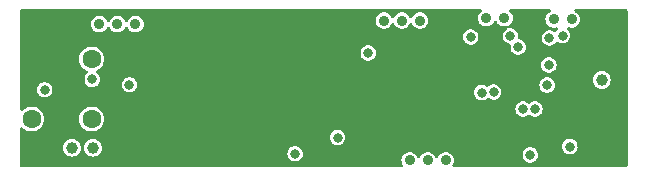
<source format=gbr>
%TF.GenerationSoftware,KiCad,Pcbnew,7.0.7*%
%TF.CreationDate,2024-08-01T01:42:33+03:00*%
%TF.ProjectId,_autosave-Main_PCB_002,5f617574-6f73-4617-9665-2d4d61696e5f,rev?*%
%TF.SameCoordinates,Original*%
%TF.FileFunction,Copper,L4,Bot*%
%TF.FilePolarity,Positive*%
%FSLAX46Y46*%
G04 Gerber Fmt 4.6, Leading zero omitted, Abs format (unit mm)*
G04 Created by KiCad (PCBNEW 7.0.7) date 2024-08-01 01:42:33*
%MOMM*%
%LPD*%
G01*
G04 APERTURE LIST*
%TA.AperFunction,ComponentPad*%
%ADD10C,0.900000*%
%TD*%
%TA.AperFunction,ComponentPad*%
%ADD11C,1.600000*%
%TD*%
%TA.AperFunction,ComponentPad*%
%ADD12C,2.200000*%
%TD*%
%TA.AperFunction,ComponentPad*%
%ADD13C,1.000000*%
%TD*%
%TA.AperFunction,ComponentPad*%
%ADD14C,0.499999*%
%TD*%
%TA.AperFunction,ViaPad*%
%ADD15C,0.800000*%
%TD*%
G04 APERTURE END LIST*
D10*
%TO.P,D27,1,Conn*%
%TO.N,Net-(D11-Conn)*%
X87325200Y-63855600D03*
%TD*%
D11*
%TO.P,D3,1,Conn*%
%TO.N,Net-(D3-Conn)*%
X60401200Y-60350400D03*
%TD*%
%TO.P,D19,1,Conn*%
%TO.N,GND2*%
X55321200Y-55270400D03*
%TD*%
D12*
%TO.P,D29,1,Conn*%
%TO.N,GND2*%
X55626000Y-63246000D03*
%TD*%
D10*
%TO.P,D12,1,Conn*%
%TO.N,Net-(D12-Conn)*%
X62585600Y-52324000D03*
%TD*%
D11*
%TO.P,D2,1,Conn*%
%TO.N,Net-(D2-Conn)*%
X60401200Y-55270400D03*
%TD*%
D12*
%TO.P,D30,1,Conn*%
%TO.N,GND2*%
X104394000Y-52578000D03*
%TD*%
D10*
%TO.P,D20,1,Conn*%
%TO.N,GND2*%
X89712800Y-52019200D03*
%TD*%
D13*
%TO.P,D18,1,Conn*%
%TO.N,GND2*%
X103581200Y-58674000D03*
%TD*%
D10*
%TO.P,D22,1,Conn*%
%TO.N,Net-(D13-Conn)*%
X88188800Y-52019200D03*
%TD*%
D11*
%TO.P,D1,1,Conn*%
%TO.N,Net-(D1-Conn)*%
X55321200Y-60350400D03*
%TD*%
D10*
%TO.P,D25,1,Conn*%
%TO.N,Net-(D12-Conn)*%
X88849200Y-63855600D03*
%TD*%
%TO.P,D21,1,Conn*%
%TO.N,GND2*%
X91897200Y-63855600D03*
%TD*%
%TO.P,D10,1,Conn*%
%TO.N,GND2*%
X97993200Y-51917600D03*
%TD*%
%TO.P,D7,1,Conn*%
%TO.N,Net-(D7-Conn)*%
X95351600Y-51816000D03*
%TD*%
%TO.P,D24,1,Conn*%
%TO.N,Net-(D12-Conn)*%
X86664800Y-52019200D03*
%TD*%
D13*
%TO.P,D17,1,Conn*%
%TO.N,Net-(D16-Conn)*%
X103581200Y-57048400D03*
%TD*%
D14*
%TO.P,U4,V*%
%TO.N,GND2*%
X81012599Y-57067600D03*
X82012600Y-55867600D03*
X82012600Y-57067600D03*
X82012600Y-58267600D03*
X83012601Y-57067600D03*
%TD*%
D10*
%TO.P,D23,1,Conn*%
%TO.N,Net-(D13-Conn)*%
X90373200Y-63855600D03*
%TD*%
%TO.P,D13,1,Conn*%
%TO.N,Net-(D13-Conn)*%
X61061600Y-52324000D03*
%TD*%
D13*
%TO.P,D16,1,Conn*%
%TO.N,Net-(D16-Conn)*%
X58724800Y-62788800D03*
%TD*%
D10*
%TO.P,D11,1,Conn*%
%TO.N,Net-(D11-Conn)*%
X64109600Y-52324000D03*
%TD*%
%TO.P,D8,1,Conn*%
%TO.N,Net-(D8-Conn)*%
X101041200Y-51917600D03*
%TD*%
D12*
%TO.P,D28,1,Conn*%
%TO.N,GND2*%
X55626000Y-52324000D03*
%TD*%
D14*
%TO.P,U3,V*%
%TO.N,GND2*%
X83539899Y-61385600D03*
X84539900Y-60185600D03*
X84539900Y-61385600D03*
X84539900Y-62585600D03*
X85539901Y-61385600D03*
%TD*%
D10*
%TO.P,D9,1,Conn*%
%TO.N,Net-(D9-Conn)*%
X99517200Y-51917600D03*
%TD*%
%TO.P,D14,1,Conn*%
%TO.N,GND2*%
X59563000Y-52349400D03*
%TD*%
%TO.P,D6,1,Conn*%
%TO.N,Net-(D6-Conn)*%
X93827600Y-51816000D03*
%TD*%
D12*
%TO.P,D31,1,Conn*%
%TO.N,GND2*%
X104394000Y-63246000D03*
%TD*%
D13*
%TO.P,D15,1,Conn*%
%TO.N,Net-(D15-Conn)*%
X60502800Y-62788800D03*
%TD*%
D10*
%TO.P,D26,1,Conn*%
%TO.N,Net-(D11-Conn)*%
X85140800Y-52019200D03*
%TD*%
D15*
%TO.N,Net-(U2-PA5)*%
X98971353Y-57486101D03*
X56426100Y-57873900D03*
%TO.N,GND2*%
X99629577Y-61401247D03*
X94192352Y-56031975D03*
X99656259Y-56637226D03*
X73609200Y-55930800D03*
X94661803Y-59513546D03*
X73609200Y-59080400D03*
X95910400Y-63385100D03*
X102362000Y-54203600D03*
X73609200Y-60096400D03*
X79095600Y-55626000D03*
X73660000Y-54762400D03*
X86614000Y-57150000D03*
X77384701Y-53457901D03*
X73609200Y-58013600D03*
X67056000Y-59436000D03*
X104241600Y-55422800D03*
X73609200Y-61163200D03*
X65278000Y-55118000D03*
X88290400Y-57759600D03*
X75666600Y-52247800D03*
%TO.N,Net-(D7-Conn)*%
X97924745Y-59514700D03*
%TO.N,Net-(D11-Conn)*%
X77622400Y-63296800D03*
%TO.N,Net-(D13-Conn)*%
X100888800Y-62687200D03*
%TO.N,Net-(D15-Conn)*%
X97536000Y-63385100D03*
%TO.N,Net-(D6-Conn)*%
X96925243Y-59514700D03*
%TO.N,Net-(U2-PB5)*%
X60452000Y-56997600D03*
X95855301Y-53315500D03*
%TO.N,Net-(U2-PB4)*%
X96520000Y-54254400D03*
X63601600Y-57454343D03*
X99110800Y-55778400D03*
%TO.N,Net-(U2-PA1)*%
X92494408Y-53397971D03*
X93421200Y-58115200D03*
%TO.N,Net-(U2-PA0)*%
X94437200Y-58064400D03*
X83820000Y-54762400D03*
%TO.N,Net-(D12-Conn)*%
X100279200Y-53289200D03*
%TO.N,Net-(U2-PB3)*%
X99161600Y-53492400D03*
X81229200Y-61925200D03*
X81229200Y-61925200D03*
%TD*%
%TA.AperFunction,Conductor*%
%TO.N,GND2*%
G36*
X93379899Y-51066185D02*
G01*
X93425654Y-51118989D01*
X93435598Y-51188147D01*
X93406573Y-51251703D01*
X93395094Y-51263308D01*
X93312065Y-51336866D01*
X93299416Y-51348072D01*
X93202782Y-51488068D01*
X93142460Y-51647125D01*
X93142459Y-51647130D01*
X93121955Y-51815999D01*
X93142459Y-51984869D01*
X93142460Y-51984874D01*
X93202782Y-52143931D01*
X93234253Y-52189524D01*
X93299417Y-52283929D01*
X93370758Y-52347131D01*
X93426750Y-52396736D01*
X93577373Y-52475789D01*
X93577375Y-52475790D01*
X93742544Y-52516500D01*
X93912656Y-52516500D01*
X94077825Y-52475790D01*
X94157292Y-52434081D01*
X94228449Y-52396736D01*
X94228450Y-52396734D01*
X94228452Y-52396734D01*
X94355783Y-52283929D01*
X94452418Y-52143930D01*
X94473658Y-52087923D01*
X94515835Y-52032221D01*
X94581433Y-52008163D01*
X94649623Y-52023390D01*
X94698757Y-52073065D01*
X94705542Y-52087924D01*
X94726781Y-52143928D01*
X94726782Y-52143931D01*
X94758253Y-52189524D01*
X94823417Y-52283929D01*
X94894758Y-52347131D01*
X94950750Y-52396736D01*
X95101373Y-52475789D01*
X95101375Y-52475790D01*
X95266544Y-52516500D01*
X95436655Y-52516500D01*
X95436656Y-52516500D01*
X95465607Y-52509364D01*
X95535409Y-52512433D01*
X95592471Y-52552753D01*
X95618676Y-52617522D01*
X95605705Y-52686177D01*
X95557675Y-52736920D01*
X95552909Y-52739557D01*
X95483062Y-52776216D01*
X95465328Y-52791927D01*
X95389970Y-52858688D01*
X95364817Y-52880971D01*
X95275082Y-53010975D01*
X95275081Y-53010976D01*
X95219063Y-53158681D01*
X95200023Y-53315499D01*
X95200023Y-53315500D01*
X95219063Y-53472318D01*
X95268966Y-53603900D01*
X95275081Y-53620023D01*
X95364818Y-53750030D01*
X95483061Y-53854783D01*
X95483063Y-53854784D01*
X95622935Y-53928196D01*
X95783598Y-53967795D01*
X95783198Y-53969415D01*
X95839027Y-53993443D01*
X95878084Y-54051376D01*
X95883000Y-54103864D01*
X95864722Y-54254399D01*
X95864722Y-54254400D01*
X95883762Y-54411218D01*
X95939779Y-54558923D01*
X95939780Y-54558923D01*
X96029517Y-54688930D01*
X96147760Y-54793683D01*
X96147762Y-54793684D01*
X96287634Y-54867096D01*
X96441014Y-54904900D01*
X96441015Y-54904900D01*
X96598985Y-54904900D01*
X96752365Y-54867096D01*
X96753609Y-54866443D01*
X96892240Y-54793683D01*
X97010483Y-54688930D01*
X97100220Y-54558923D01*
X97156237Y-54411218D01*
X97175278Y-54254400D01*
X97172935Y-54235099D01*
X97156237Y-54097581D01*
X97131245Y-54031683D01*
X97100220Y-53949877D01*
X97010483Y-53819870D01*
X96892240Y-53715117D01*
X96892238Y-53715116D01*
X96892237Y-53715115D01*
X96752365Y-53641703D01*
X96591703Y-53602105D01*
X96592101Y-53600487D01*
X96536259Y-53576445D01*
X96497210Y-53518506D01*
X96492300Y-53466038D01*
X96510579Y-53315500D01*
X96491538Y-53158682D01*
X96481563Y-53132381D01*
X96460091Y-53075764D01*
X96435521Y-53010977D01*
X96345784Y-52880970D01*
X96227541Y-52776217D01*
X96227539Y-52776216D01*
X96227538Y-52776215D01*
X96087666Y-52702803D01*
X95934287Y-52665000D01*
X95934286Y-52665000D01*
X95776316Y-52665000D01*
X95771610Y-52666160D01*
X95759149Y-52669231D01*
X95689347Y-52666160D01*
X95632286Y-52625839D01*
X95606082Y-52561069D01*
X95619055Y-52492414D01*
X95667087Y-52441672D01*
X95671811Y-52439057D01*
X95752452Y-52396734D01*
X95879783Y-52283929D01*
X95976418Y-52143930D01*
X96036740Y-51984872D01*
X96057245Y-51816000D01*
X96036740Y-51647128D01*
X95976418Y-51488070D01*
X95879783Y-51348071D01*
X95784111Y-51263313D01*
X95746986Y-51204126D01*
X95747754Y-51134261D01*
X95786171Y-51075901D01*
X95850042Y-51047576D01*
X95866340Y-51046500D01*
X99166505Y-51046500D01*
X99233544Y-51066185D01*
X99279299Y-51118989D01*
X99289243Y-51188147D01*
X99260218Y-51251703D01*
X99224131Y-51280296D01*
X99116350Y-51336863D01*
X98989016Y-51449672D01*
X98892382Y-51589668D01*
X98832060Y-51748725D01*
X98832059Y-51748730D01*
X98811555Y-51917600D01*
X98832059Y-52086469D01*
X98832060Y-52086474D01*
X98892382Y-52245531D01*
X98918887Y-52283929D01*
X98989017Y-52385529D01*
X99090900Y-52475789D01*
X99116350Y-52498336D01*
X99234988Y-52560602D01*
X99266975Y-52577390D01*
X99432144Y-52618100D01*
X99602256Y-52618100D01*
X99742083Y-52583636D01*
X99811884Y-52586705D01*
X99868946Y-52627025D01*
X99895152Y-52691794D01*
X99882180Y-52760449D01*
X99853984Y-52796848D01*
X99788719Y-52854666D01*
X99729343Y-52940688D01*
X99675059Y-52984678D01*
X99605611Y-52992337D01*
X99545066Y-52963062D01*
X99533840Y-52953117D01*
X99533838Y-52953115D01*
X99393965Y-52879703D01*
X99240586Y-52841900D01*
X99240585Y-52841900D01*
X99082615Y-52841900D01*
X99082614Y-52841900D01*
X98929234Y-52879703D01*
X98789362Y-52953115D01*
X98671116Y-53057871D01*
X98581381Y-53187875D01*
X98581380Y-53187876D01*
X98525362Y-53335581D01*
X98506322Y-53492399D01*
X98506322Y-53492400D01*
X98525362Y-53649218D01*
X98563595Y-53750028D01*
X98581380Y-53796923D01*
X98671117Y-53926930D01*
X98789360Y-54031683D01*
X98789362Y-54031684D01*
X98929234Y-54105096D01*
X99082614Y-54142900D01*
X99082615Y-54142900D01*
X99240585Y-54142900D01*
X99393965Y-54105096D01*
X99396312Y-54103864D01*
X99533840Y-54031683D01*
X99652083Y-53926930D01*
X99711456Y-53840912D01*
X99765738Y-53796922D01*
X99835187Y-53789262D01*
X99895732Y-53818536D01*
X99906960Y-53828483D01*
X99906962Y-53828484D01*
X100046834Y-53901896D01*
X100200214Y-53939700D01*
X100200215Y-53939700D01*
X100358185Y-53939700D01*
X100511565Y-53901896D01*
X100601328Y-53854784D01*
X100651440Y-53828483D01*
X100769683Y-53723730D01*
X100859420Y-53593723D01*
X100915437Y-53446018D01*
X100934478Y-53289200D01*
X100915437Y-53132382D01*
X100859420Y-52984677D01*
X100786962Y-52879703D01*
X100769682Y-52854668D01*
X100704416Y-52796849D01*
X100667289Y-52737660D01*
X100668056Y-52667794D01*
X100706473Y-52609434D01*
X100770343Y-52581109D01*
X100816316Y-52583635D01*
X100956144Y-52618100D01*
X101126256Y-52618100D01*
X101291425Y-52577390D01*
X101408082Y-52516163D01*
X101442049Y-52498336D01*
X101442050Y-52498334D01*
X101442052Y-52498334D01*
X101569383Y-52385529D01*
X101666018Y-52245530D01*
X101726340Y-52086472D01*
X101746845Y-51917600D01*
X101726340Y-51748728D01*
X101724267Y-51743263D01*
X101687809Y-51647128D01*
X101666018Y-51589670D01*
X101569383Y-51449671D01*
X101442052Y-51336866D01*
X101442049Y-51336863D01*
X101334269Y-51280296D01*
X101284056Y-51231711D01*
X101268082Y-51163692D01*
X101291417Y-51097835D01*
X101346654Y-51055048D01*
X101391895Y-51046500D01*
X105649100Y-51046500D01*
X105716139Y-51066185D01*
X105761894Y-51118989D01*
X105773100Y-51170500D01*
X105773100Y-64297900D01*
X105753415Y-64364939D01*
X105700611Y-64410694D01*
X105649100Y-64421900D01*
X91069745Y-64421900D01*
X91002706Y-64402215D01*
X90956951Y-64349411D01*
X90947007Y-64280253D01*
X90967693Y-64227461D01*
X90998018Y-64183530D01*
X91058340Y-64024472D01*
X91078845Y-63855600D01*
X91058340Y-63686728D01*
X90998018Y-63527670D01*
X90901383Y-63387671D01*
X90898481Y-63385100D01*
X96880722Y-63385100D01*
X96899762Y-63541918D01*
X96954681Y-63686725D01*
X96955780Y-63689623D01*
X97045517Y-63819630D01*
X97163760Y-63924383D01*
X97163762Y-63924384D01*
X97303634Y-63997796D01*
X97457014Y-64035600D01*
X97457015Y-64035600D01*
X97614985Y-64035600D01*
X97768365Y-63997796D01*
X97768364Y-63997795D01*
X97908240Y-63924383D01*
X98026483Y-63819630D01*
X98116220Y-63689623D01*
X98172237Y-63541918D01*
X98191278Y-63385100D01*
X98190572Y-63379281D01*
X98172237Y-63228281D01*
X98131826Y-63121728D01*
X98116220Y-63080577D01*
X98026483Y-62950570D01*
X97908240Y-62845817D01*
X97908238Y-62845816D01*
X97908237Y-62845815D01*
X97768365Y-62772403D01*
X97614986Y-62734600D01*
X97614985Y-62734600D01*
X97457015Y-62734600D01*
X97457014Y-62734600D01*
X97303634Y-62772403D01*
X97163762Y-62845815D01*
X97045516Y-62950571D01*
X96955781Y-63080575D01*
X96955780Y-63080576D01*
X96899762Y-63228281D01*
X96880722Y-63385099D01*
X96880722Y-63385100D01*
X90898481Y-63385100D01*
X90802305Y-63299896D01*
X90774049Y-63274863D01*
X90623426Y-63195810D01*
X90458256Y-63155100D01*
X90288144Y-63155100D01*
X90122973Y-63195810D01*
X89972350Y-63274863D01*
X89845016Y-63387672D01*
X89748382Y-63527668D01*
X89748382Y-63527669D01*
X89727142Y-63583676D01*
X89684964Y-63639379D01*
X89619367Y-63663436D01*
X89551176Y-63648209D01*
X89502043Y-63598533D01*
X89495258Y-63583676D01*
X89474018Y-63527670D01*
X89377383Y-63387671D01*
X89278305Y-63299896D01*
X89250049Y-63274863D01*
X89099426Y-63195810D01*
X88934256Y-63155100D01*
X88764144Y-63155100D01*
X88598973Y-63195810D01*
X88448350Y-63274863D01*
X88321016Y-63387672D01*
X88224382Y-63527668D01*
X88224382Y-63527669D01*
X88203142Y-63583676D01*
X88160964Y-63639379D01*
X88095367Y-63663436D01*
X88027176Y-63648209D01*
X87978043Y-63598533D01*
X87971258Y-63583676D01*
X87950018Y-63527670D01*
X87853383Y-63387671D01*
X87754305Y-63299896D01*
X87726049Y-63274863D01*
X87575426Y-63195810D01*
X87410256Y-63155100D01*
X87240144Y-63155100D01*
X87074973Y-63195810D01*
X86924350Y-63274863D01*
X86797016Y-63387672D01*
X86700382Y-63527668D01*
X86640060Y-63686725D01*
X86640059Y-63686730D01*
X86619555Y-63855600D01*
X86640059Y-64024469D01*
X86640060Y-64024474D01*
X86679142Y-64127524D01*
X86700382Y-64183530D01*
X86730705Y-64227461D01*
X86752588Y-64293814D01*
X86735123Y-64361466D01*
X86683855Y-64408936D01*
X86628655Y-64421900D01*
X54472500Y-64421900D01*
X54405461Y-64402215D01*
X54359706Y-64349411D01*
X54348500Y-64297900D01*
X54348500Y-62788802D01*
X57969551Y-62788802D01*
X57988485Y-62956856D01*
X58044345Y-63116494D01*
X58044347Y-63116497D01*
X58134318Y-63259684D01*
X58134323Y-63259690D01*
X58253909Y-63379276D01*
X58253915Y-63379281D01*
X58397102Y-63469252D01*
X58397105Y-63469254D01*
X58397109Y-63469255D01*
X58397110Y-63469256D01*
X58469713Y-63494660D01*
X58556743Y-63525114D01*
X58724797Y-63544049D01*
X58724800Y-63544049D01*
X58724803Y-63544049D01*
X58892856Y-63525114D01*
X58892859Y-63525113D01*
X59052490Y-63469256D01*
X59052492Y-63469254D01*
X59052494Y-63469254D01*
X59052497Y-63469252D01*
X59195684Y-63379281D01*
X59195685Y-63379280D01*
X59195690Y-63379277D01*
X59315277Y-63259690D01*
X59336142Y-63226484D01*
X59405252Y-63116497D01*
X59405254Y-63116494D01*
X59405254Y-63116492D01*
X59405256Y-63116490D01*
X59461113Y-62956859D01*
X59461113Y-62956858D01*
X59461114Y-62956856D01*
X59480049Y-62788802D01*
X59747551Y-62788802D01*
X59766485Y-62956856D01*
X59822345Y-63116494D01*
X59822347Y-63116497D01*
X59912318Y-63259684D01*
X59912323Y-63259690D01*
X60031909Y-63379276D01*
X60031915Y-63379281D01*
X60175102Y-63469252D01*
X60175105Y-63469254D01*
X60175109Y-63469255D01*
X60175110Y-63469256D01*
X60247713Y-63494660D01*
X60334743Y-63525114D01*
X60502797Y-63544049D01*
X60502800Y-63544049D01*
X60502803Y-63544049D01*
X60670856Y-63525114D01*
X60670859Y-63525113D01*
X60830490Y-63469256D01*
X60830492Y-63469254D01*
X60830494Y-63469254D01*
X60830497Y-63469252D01*
X60973684Y-63379281D01*
X60973685Y-63379280D01*
X60973690Y-63379277D01*
X61056167Y-63296800D01*
X76967122Y-63296800D01*
X76986162Y-63453618D01*
X77035487Y-63583676D01*
X77042180Y-63601323D01*
X77131917Y-63731330D01*
X77250160Y-63836083D01*
X77250162Y-63836084D01*
X77390034Y-63909496D01*
X77543414Y-63947300D01*
X77543415Y-63947300D01*
X77701385Y-63947300D01*
X77854765Y-63909496D01*
X77854765Y-63909495D01*
X77994640Y-63836083D01*
X78112883Y-63731330D01*
X78202620Y-63601323D01*
X78258637Y-63453618D01*
X78277678Y-63296800D01*
X78275015Y-63274863D01*
X78258637Y-63139981D01*
X78236107Y-63080575D01*
X78202620Y-62992277D01*
X78112883Y-62862270D01*
X77994640Y-62757517D01*
X77994638Y-62757516D01*
X77994637Y-62757515D01*
X77860666Y-62687200D01*
X100233522Y-62687200D01*
X100252562Y-62844018D01*
X100295358Y-62956859D01*
X100308580Y-62991723D01*
X100398317Y-63121730D01*
X100516560Y-63226483D01*
X100516562Y-63226484D01*
X100656434Y-63299896D01*
X100809814Y-63337700D01*
X100809815Y-63337700D01*
X100967785Y-63337700D01*
X101121165Y-63299896D01*
X101168855Y-63274866D01*
X101261040Y-63226483D01*
X101379283Y-63121730D01*
X101469020Y-62991723D01*
X101525037Y-62844018D01*
X101544078Y-62687200D01*
X101536009Y-62620741D01*
X101525037Y-62530381D01*
X101498763Y-62461102D01*
X101469020Y-62382677D01*
X101379283Y-62252670D01*
X101261040Y-62147917D01*
X101261038Y-62147916D01*
X101261037Y-62147915D01*
X101121165Y-62074503D01*
X100967786Y-62036700D01*
X100967785Y-62036700D01*
X100809815Y-62036700D01*
X100809814Y-62036700D01*
X100656434Y-62074503D01*
X100516562Y-62147915D01*
X100398316Y-62252671D01*
X100308581Y-62382675D01*
X100308580Y-62382676D01*
X100252562Y-62530381D01*
X100233522Y-62687199D01*
X100233522Y-62687200D01*
X77860666Y-62687200D01*
X77854765Y-62684103D01*
X77701386Y-62646300D01*
X77701385Y-62646300D01*
X77543415Y-62646300D01*
X77543414Y-62646300D01*
X77390034Y-62684103D01*
X77250162Y-62757515D01*
X77250159Y-62757517D01*
X77250160Y-62757517D01*
X77152520Y-62844018D01*
X77131916Y-62862271D01*
X77042181Y-62992275D01*
X77042180Y-62992276D01*
X76986162Y-63139981D01*
X76967122Y-63296799D01*
X76967122Y-63296800D01*
X61056167Y-63296800D01*
X61093277Y-63259690D01*
X61114142Y-63226484D01*
X61183252Y-63116497D01*
X61183254Y-63116494D01*
X61183254Y-63116492D01*
X61183256Y-63116490D01*
X61239113Y-62956859D01*
X61239113Y-62956858D01*
X61239114Y-62956856D01*
X61258049Y-62788802D01*
X61258049Y-62788797D01*
X61239114Y-62620743D01*
X61207495Y-62530381D01*
X61183256Y-62461110D01*
X61183255Y-62461109D01*
X61183254Y-62461105D01*
X61183252Y-62461102D01*
X61093281Y-62317915D01*
X61093276Y-62317909D01*
X60973690Y-62198323D01*
X60973684Y-62198318D01*
X60830497Y-62108347D01*
X60830494Y-62108345D01*
X60670856Y-62052485D01*
X60502803Y-62033551D01*
X60502797Y-62033551D01*
X60334743Y-62052485D01*
X60175105Y-62108345D01*
X60175102Y-62108347D01*
X60031915Y-62198318D01*
X60031909Y-62198323D01*
X59912323Y-62317909D01*
X59912318Y-62317915D01*
X59822347Y-62461102D01*
X59822345Y-62461105D01*
X59766485Y-62620743D01*
X59747551Y-62788797D01*
X59747551Y-62788802D01*
X59480049Y-62788802D01*
X59480049Y-62788797D01*
X59461114Y-62620743D01*
X59429495Y-62530381D01*
X59405256Y-62461110D01*
X59405255Y-62461109D01*
X59405254Y-62461105D01*
X59405252Y-62461102D01*
X59315281Y-62317915D01*
X59315276Y-62317909D01*
X59195690Y-62198323D01*
X59195684Y-62198318D01*
X59052497Y-62108347D01*
X59052494Y-62108345D01*
X58892856Y-62052485D01*
X58724803Y-62033551D01*
X58724797Y-62033551D01*
X58556743Y-62052485D01*
X58397105Y-62108345D01*
X58397102Y-62108347D01*
X58253915Y-62198318D01*
X58253909Y-62198323D01*
X58134323Y-62317909D01*
X58134318Y-62317915D01*
X58044347Y-62461102D01*
X58044345Y-62461105D01*
X57988485Y-62620743D01*
X57969551Y-62788797D01*
X57969551Y-62788802D01*
X54348500Y-62788802D01*
X54348500Y-61925200D01*
X80573922Y-61925200D01*
X80592962Y-62082018D01*
X80648980Y-62229722D01*
X80648980Y-62229723D01*
X80738717Y-62359730D01*
X80856960Y-62464483D01*
X80856962Y-62464484D01*
X80996834Y-62537896D01*
X81150214Y-62575700D01*
X81150215Y-62575700D01*
X81308185Y-62575700D01*
X81461565Y-62537896D01*
X81601440Y-62464483D01*
X81719683Y-62359730D01*
X81809420Y-62229723D01*
X81865437Y-62082018D01*
X81884478Y-61925200D01*
X81865437Y-61768382D01*
X81809420Y-61620677D01*
X81719683Y-61490670D01*
X81601440Y-61385917D01*
X81601438Y-61385916D01*
X81601437Y-61385915D01*
X81461565Y-61312503D01*
X81308186Y-61274700D01*
X81308185Y-61274700D01*
X81150215Y-61274700D01*
X81150214Y-61274700D01*
X80996834Y-61312503D01*
X80856962Y-61385915D01*
X80738716Y-61490671D01*
X80648981Y-61620675D01*
X80648980Y-61620676D01*
X80592962Y-61768381D01*
X80573922Y-61925199D01*
X80573922Y-61925200D01*
X54348500Y-61925200D01*
X54348500Y-61167632D01*
X54368185Y-61100593D01*
X54420989Y-61054838D01*
X54490147Y-61044894D01*
X54553703Y-61073919D01*
X54568354Y-61088968D01*
X54574789Y-61096810D01*
X54661087Y-61167632D01*
X54734750Y-61228085D01*
X54917246Y-61325632D01*
X55115266Y-61385700D01*
X55115265Y-61385700D01*
X55133729Y-61387518D01*
X55321200Y-61405983D01*
X55527134Y-61385700D01*
X55725154Y-61325632D01*
X55907650Y-61228085D01*
X56067610Y-61096810D01*
X56198885Y-60936850D01*
X56296432Y-60754354D01*
X56356500Y-60556334D01*
X56376783Y-60350400D01*
X56376783Y-60350399D01*
X59345617Y-60350399D01*
X59365899Y-60556332D01*
X59365900Y-60556334D01*
X59425968Y-60754354D01*
X59523515Y-60936850D01*
X59523517Y-60936852D01*
X59654789Y-61096810D01*
X59741087Y-61167632D01*
X59814750Y-61228085D01*
X59997246Y-61325632D01*
X60195266Y-61385700D01*
X60195265Y-61385700D01*
X60215547Y-61387697D01*
X60401200Y-61405983D01*
X60607134Y-61385700D01*
X60805154Y-61325632D01*
X60987650Y-61228085D01*
X61147610Y-61096810D01*
X61278885Y-60936850D01*
X61376432Y-60754354D01*
X61436500Y-60556334D01*
X61456783Y-60350400D01*
X61436500Y-60144466D01*
X61376432Y-59946446D01*
X61278885Y-59763950D01*
X61226902Y-59700609D01*
X61147610Y-59603989D01*
X61038809Y-59514700D01*
X96269965Y-59514700D01*
X96289005Y-59671518D01*
X96345023Y-59819222D01*
X96345023Y-59819223D01*
X96434760Y-59949230D01*
X96553003Y-60053983D01*
X96553005Y-60053984D01*
X96692877Y-60127396D01*
X96846257Y-60165200D01*
X96846258Y-60165200D01*
X97004228Y-60165200D01*
X97157608Y-60127396D01*
X97157607Y-60127396D01*
X97297483Y-60053983D01*
X97342768Y-60013863D01*
X97405999Y-59984143D01*
X97475263Y-59993326D01*
X97507217Y-60013861D01*
X97552505Y-60053983D01*
X97552507Y-60053984D01*
X97692379Y-60127396D01*
X97845759Y-60165200D01*
X97845760Y-60165200D01*
X98003730Y-60165200D01*
X98157110Y-60127396D01*
X98296985Y-60053983D01*
X98415228Y-59949230D01*
X98504965Y-59819223D01*
X98560982Y-59671518D01*
X98580023Y-59514700D01*
X98574926Y-59472717D01*
X98560982Y-59357881D01*
X98537065Y-59294817D01*
X98504965Y-59210177D01*
X98415228Y-59080170D01*
X98296985Y-58975417D01*
X98296983Y-58975416D01*
X98296982Y-58975415D01*
X98157110Y-58902003D01*
X98003731Y-58864200D01*
X98003730Y-58864200D01*
X97845760Y-58864200D01*
X97845759Y-58864200D01*
X97692379Y-58902003D01*
X97552507Y-58975415D01*
X97507221Y-59015535D01*
X97443987Y-59045256D01*
X97374724Y-59036072D01*
X97342767Y-59015535D01*
X97297483Y-58975417D01*
X97297481Y-58975416D01*
X97297480Y-58975415D01*
X97157608Y-58902003D01*
X97004229Y-58864200D01*
X97004228Y-58864200D01*
X96846258Y-58864200D01*
X96846257Y-58864200D01*
X96692877Y-58902003D01*
X96553005Y-58975415D01*
X96434759Y-59080171D01*
X96345024Y-59210175D01*
X96345023Y-59210176D01*
X96289005Y-59357881D01*
X96269965Y-59514699D01*
X96269965Y-59514700D01*
X61038809Y-59514700D01*
X60987652Y-59472717D01*
X60987653Y-59472717D01*
X60987650Y-59472715D01*
X60805154Y-59375168D01*
X60607134Y-59315100D01*
X60607132Y-59315099D01*
X60607134Y-59315099D01*
X60401200Y-59294817D01*
X60195267Y-59315099D01*
X59997243Y-59375169D01*
X59887098Y-59434043D01*
X59814750Y-59472715D01*
X59814748Y-59472716D01*
X59814747Y-59472717D01*
X59654789Y-59603989D01*
X59523517Y-59763947D01*
X59425969Y-59946443D01*
X59425968Y-59946445D01*
X59425968Y-59946446D01*
X59419098Y-59969092D01*
X59365899Y-60144467D01*
X59345617Y-60350399D01*
X56376783Y-60350399D01*
X56356500Y-60144466D01*
X56296432Y-59946446D01*
X56198885Y-59763950D01*
X56146902Y-59700609D01*
X56067610Y-59603989D01*
X55907652Y-59472717D01*
X55907653Y-59472717D01*
X55907650Y-59472715D01*
X55725154Y-59375168D01*
X55527134Y-59315100D01*
X55527132Y-59315099D01*
X55527134Y-59315099D01*
X55321200Y-59294817D01*
X55115267Y-59315099D01*
X54917243Y-59375169D01*
X54807098Y-59434043D01*
X54734750Y-59472715D01*
X54734748Y-59472716D01*
X54734747Y-59472717D01*
X54574789Y-59603989D01*
X54568351Y-59611835D01*
X54510604Y-59651167D01*
X54440759Y-59653036D01*
X54380992Y-59616847D01*
X54350278Y-59554090D01*
X54348500Y-59533167D01*
X54348500Y-57873900D01*
X55770822Y-57873900D01*
X55789862Y-58030718D01*
X55830019Y-58136601D01*
X55845880Y-58178423D01*
X55935617Y-58308430D01*
X56053860Y-58413183D01*
X56053862Y-58413184D01*
X56193734Y-58486596D01*
X56347114Y-58524400D01*
X56347115Y-58524400D01*
X56505085Y-58524400D01*
X56658465Y-58486596D01*
X56658465Y-58486595D01*
X56798340Y-58413183D01*
X56916583Y-58308430D01*
X57006320Y-58178423D01*
X57030297Y-58115200D01*
X92765922Y-58115200D01*
X92784962Y-58272018D01*
X92838500Y-58413183D01*
X92840980Y-58419723D01*
X92930717Y-58549730D01*
X93048960Y-58654483D01*
X93048962Y-58654484D01*
X93188834Y-58727896D01*
X93342214Y-58765700D01*
X93342215Y-58765700D01*
X93500185Y-58765700D01*
X93653565Y-58727896D01*
X93678326Y-58714900D01*
X93793440Y-58654483D01*
X93875647Y-58581654D01*
X93938875Y-58551935D01*
X94008139Y-58561118D01*
X94040094Y-58581654D01*
X94057751Y-58597296D01*
X94064962Y-58603685D01*
X94204834Y-58677096D01*
X94358214Y-58714900D01*
X94358215Y-58714900D01*
X94516185Y-58714900D01*
X94669565Y-58677096D01*
X94712650Y-58654483D01*
X94809440Y-58603683D01*
X94927683Y-58498930D01*
X95017420Y-58368923D01*
X95073437Y-58221218D01*
X95092478Y-58064400D01*
X95075022Y-57920631D01*
X95073437Y-57907581D01*
X95029081Y-57790625D01*
X95017420Y-57759877D01*
X94927683Y-57629870D01*
X94809440Y-57525117D01*
X94809438Y-57525116D01*
X94809437Y-57525115D01*
X94735104Y-57486101D01*
X98316075Y-57486101D01*
X98335115Y-57642919D01*
X98379089Y-57758866D01*
X98391133Y-57790624D01*
X98480870Y-57920631D01*
X98599113Y-58025384D01*
X98599115Y-58025385D01*
X98738987Y-58098797D01*
X98892367Y-58136601D01*
X98892368Y-58136601D01*
X99050338Y-58136601D01*
X99203718Y-58098797D01*
X99269257Y-58064399D01*
X99343593Y-58025384D01*
X99461836Y-57920631D01*
X99551573Y-57790624D01*
X99607590Y-57642919D01*
X99626631Y-57486101D01*
X99624033Y-57464700D01*
X99607590Y-57329282D01*
X99567434Y-57223400D01*
X99551573Y-57181578D01*
X99461836Y-57051571D01*
X99458259Y-57048402D01*
X102825951Y-57048402D01*
X102844885Y-57216456D01*
X102900745Y-57376094D01*
X102900747Y-57376097D01*
X102990718Y-57519284D01*
X102990723Y-57519290D01*
X103110309Y-57638876D01*
X103110315Y-57638881D01*
X103253502Y-57728852D01*
X103253505Y-57728854D01*
X103253509Y-57728855D01*
X103253510Y-57728856D01*
X103326113Y-57754260D01*
X103413143Y-57784714D01*
X103581197Y-57803649D01*
X103581200Y-57803649D01*
X103581203Y-57803649D01*
X103749256Y-57784714D01*
X103749259Y-57784713D01*
X103908890Y-57728856D01*
X103908892Y-57728854D01*
X103908894Y-57728854D01*
X103908897Y-57728852D01*
X104052084Y-57638881D01*
X104052085Y-57638880D01*
X104052090Y-57638877D01*
X104171677Y-57519290D01*
X104171681Y-57519284D01*
X104261652Y-57376097D01*
X104261654Y-57376094D01*
X104261654Y-57376092D01*
X104261656Y-57376090D01*
X104317513Y-57216459D01*
X104317513Y-57216458D01*
X104317514Y-57216456D01*
X104336449Y-57048402D01*
X104336449Y-57048397D01*
X104317514Y-56880343D01*
X104261654Y-56720705D01*
X104261652Y-56720702D01*
X104171681Y-56577515D01*
X104171676Y-56577509D01*
X104052090Y-56457923D01*
X104052084Y-56457918D01*
X103908897Y-56367947D01*
X103908894Y-56367945D01*
X103749256Y-56312085D01*
X103581203Y-56293151D01*
X103581197Y-56293151D01*
X103413143Y-56312085D01*
X103253505Y-56367945D01*
X103253502Y-56367947D01*
X103110315Y-56457918D01*
X103110309Y-56457923D01*
X102990723Y-56577509D01*
X102990718Y-56577515D01*
X102900747Y-56720702D01*
X102900745Y-56720705D01*
X102844885Y-56880343D01*
X102825951Y-57048397D01*
X102825951Y-57048402D01*
X99458259Y-57048402D01*
X99343593Y-56946818D01*
X99343591Y-56946817D01*
X99343590Y-56946816D01*
X99203718Y-56873404D01*
X99050339Y-56835601D01*
X99050338Y-56835601D01*
X98892368Y-56835601D01*
X98892367Y-56835601D01*
X98738987Y-56873404D01*
X98599115Y-56946816D01*
X98480869Y-57051572D01*
X98391134Y-57181576D01*
X98391133Y-57181577D01*
X98335115Y-57329282D01*
X98316075Y-57486100D01*
X98316075Y-57486101D01*
X94735104Y-57486101D01*
X94669565Y-57451703D01*
X94516186Y-57413900D01*
X94516185Y-57413900D01*
X94358215Y-57413900D01*
X94358214Y-57413900D01*
X94204834Y-57451703D01*
X94064961Y-57525115D01*
X94064959Y-57525117D01*
X93982755Y-57597942D01*
X93919522Y-57627663D01*
X93850258Y-57618479D01*
X93818304Y-57597943D01*
X93793440Y-57575917D01*
X93793438Y-57575915D01*
X93653565Y-57502503D01*
X93500186Y-57464700D01*
X93500185Y-57464700D01*
X93342215Y-57464700D01*
X93342214Y-57464700D01*
X93188834Y-57502503D01*
X93048962Y-57575915D01*
X92930716Y-57680671D01*
X92840981Y-57810675D01*
X92840980Y-57810676D01*
X92784962Y-57958381D01*
X92765922Y-58115199D01*
X92765922Y-58115200D01*
X57030297Y-58115200D01*
X57062337Y-58030718D01*
X57081378Y-57873900D01*
X57073702Y-57810677D01*
X57062337Y-57717081D01*
X57024942Y-57618479D01*
X57006320Y-57569377D01*
X56916583Y-57439370D01*
X56798340Y-57334617D01*
X56798338Y-57334616D01*
X56798337Y-57334615D01*
X56658465Y-57261203D01*
X56505086Y-57223400D01*
X56505085Y-57223400D01*
X56347115Y-57223400D01*
X56347114Y-57223400D01*
X56193734Y-57261203D01*
X56053862Y-57334615D01*
X55935616Y-57439371D01*
X55845881Y-57569375D01*
X55845880Y-57569376D01*
X55789862Y-57717081D01*
X55770822Y-57873899D01*
X55770822Y-57873900D01*
X54348500Y-57873900D01*
X54348500Y-55270400D01*
X59345617Y-55270400D01*
X59365899Y-55476332D01*
X59365900Y-55476334D01*
X59425968Y-55674354D01*
X59523515Y-55856850D01*
X59523517Y-55856852D01*
X59654789Y-56016810D01*
X59751409Y-56096102D01*
X59814750Y-56148085D01*
X59946727Y-56218628D01*
X59997245Y-56245632D01*
X60010322Y-56249598D01*
X60025288Y-56254138D01*
X60083728Y-56292434D01*
X60112185Y-56356246D01*
X60101626Y-56425313D01*
X60071522Y-56465615D01*
X59961516Y-56563070D01*
X59871781Y-56693075D01*
X59871780Y-56693076D01*
X59815762Y-56840781D01*
X59796722Y-56997599D01*
X59796722Y-56997600D01*
X59815762Y-57154418D01*
X59870036Y-57297524D01*
X59871780Y-57302123D01*
X59961517Y-57432130D01*
X60079760Y-57536883D01*
X60079762Y-57536884D01*
X60219634Y-57610296D01*
X60373014Y-57648100D01*
X60373015Y-57648100D01*
X60530985Y-57648100D01*
X60684365Y-57610296D01*
X60707903Y-57597942D01*
X60824240Y-57536883D01*
X60917409Y-57454343D01*
X62946322Y-57454343D01*
X62965362Y-57611161D01*
X63005533Y-57717081D01*
X63021380Y-57758866D01*
X63111117Y-57888873D01*
X63229360Y-57993626D01*
X63229362Y-57993627D01*
X63369234Y-58067039D01*
X63522614Y-58104843D01*
X63522615Y-58104843D01*
X63680585Y-58104843D01*
X63833965Y-58067039D01*
X63838995Y-58064399D01*
X63973840Y-57993626D01*
X64092083Y-57888873D01*
X64181820Y-57758866D01*
X64237837Y-57611161D01*
X64256878Y-57454343D01*
X64256558Y-57451703D01*
X64237837Y-57297524D01*
X64207093Y-57216459D01*
X64181820Y-57149820D01*
X64092083Y-57019813D01*
X63973840Y-56915060D01*
X63973838Y-56915059D01*
X63973837Y-56915058D01*
X63833965Y-56841646D01*
X63680586Y-56803843D01*
X63680585Y-56803843D01*
X63522615Y-56803843D01*
X63522614Y-56803843D01*
X63369234Y-56841646D01*
X63229362Y-56915058D01*
X63111116Y-57019814D01*
X63021381Y-57149818D01*
X63021380Y-57149819D01*
X62965362Y-57297524D01*
X62946322Y-57454342D01*
X62946322Y-57454343D01*
X60917409Y-57454343D01*
X60942483Y-57432130D01*
X61032220Y-57302123D01*
X61088237Y-57154418D01*
X61107278Y-56997600D01*
X61088237Y-56840782D01*
X61032220Y-56693077D01*
X60942483Y-56563070D01*
X60824240Y-56458317D01*
X60824238Y-56458315D01*
X60821131Y-56456685D01*
X60819276Y-56454890D01*
X60818066Y-56454055D01*
X60818204Y-56453853D01*
X60770920Y-56408099D01*
X60754947Y-56340079D01*
X60778284Y-56274222D01*
X60820305Y-56237533D01*
X60987650Y-56148085D01*
X61147610Y-56016810D01*
X61278885Y-55856850D01*
X61320818Y-55778400D01*
X98455522Y-55778400D01*
X98474562Y-55935218D01*
X98530580Y-56082923D01*
X98620317Y-56212930D01*
X98738560Y-56317683D01*
X98738562Y-56317684D01*
X98878434Y-56391096D01*
X99031814Y-56428900D01*
X99031815Y-56428900D01*
X99189785Y-56428900D01*
X99343165Y-56391096D01*
X99426991Y-56347100D01*
X99483040Y-56317683D01*
X99601283Y-56212930D01*
X99691020Y-56082923D01*
X99747037Y-55935218D01*
X99766078Y-55778400D01*
X99747037Y-55621582D01*
X99691020Y-55473877D01*
X99601283Y-55343870D01*
X99483040Y-55239117D01*
X99483038Y-55239116D01*
X99483037Y-55239115D01*
X99343165Y-55165703D01*
X99189786Y-55127900D01*
X99189785Y-55127900D01*
X99031815Y-55127900D01*
X99031814Y-55127900D01*
X98878434Y-55165703D01*
X98738562Y-55239115D01*
X98620316Y-55343871D01*
X98530581Y-55473875D01*
X98530580Y-55473876D01*
X98474562Y-55621581D01*
X98455522Y-55778399D01*
X98455522Y-55778400D01*
X61320818Y-55778400D01*
X61376432Y-55674354D01*
X61436500Y-55476334D01*
X61456783Y-55270400D01*
X61436500Y-55064466D01*
X61376432Y-54866446D01*
X61320818Y-54762400D01*
X83164722Y-54762400D01*
X83183762Y-54919218D01*
X83238848Y-55064466D01*
X83239780Y-55066923D01*
X83329517Y-55196930D01*
X83447760Y-55301683D01*
X83447762Y-55301684D01*
X83587634Y-55375096D01*
X83741014Y-55412900D01*
X83741015Y-55412900D01*
X83898985Y-55412900D01*
X84052365Y-55375096D01*
X84052365Y-55375095D01*
X84192240Y-55301683D01*
X84310483Y-55196930D01*
X84400220Y-55066923D01*
X84456237Y-54919218D01*
X84475278Y-54762400D01*
X84456237Y-54605582D01*
X84400220Y-54457877D01*
X84310483Y-54327870D01*
X84192240Y-54223117D01*
X84192238Y-54223116D01*
X84192237Y-54223115D01*
X84052365Y-54149703D01*
X83898986Y-54111900D01*
X83898985Y-54111900D01*
X83741015Y-54111900D01*
X83741014Y-54111900D01*
X83587634Y-54149703D01*
X83447762Y-54223115D01*
X83329516Y-54327871D01*
X83239781Y-54457875D01*
X83239780Y-54457876D01*
X83183762Y-54605581D01*
X83164722Y-54762399D01*
X83164722Y-54762400D01*
X61320818Y-54762400D01*
X61278885Y-54683950D01*
X61226902Y-54620609D01*
X61147610Y-54523989D01*
X60987652Y-54392717D01*
X60987653Y-54392717D01*
X60987650Y-54392715D01*
X60805154Y-54295168D01*
X60607134Y-54235100D01*
X60607132Y-54235099D01*
X60607134Y-54235099D01*
X60401200Y-54214817D01*
X60195267Y-54235099D01*
X59997243Y-54295169D01*
X59887098Y-54354043D01*
X59814750Y-54392715D01*
X59814748Y-54392716D01*
X59814747Y-54392717D01*
X59654789Y-54523989D01*
X59523517Y-54683947D01*
X59523515Y-54683950D01*
X59520853Y-54688930D01*
X59425969Y-54866443D01*
X59365899Y-55064467D01*
X59345617Y-55270400D01*
X54348500Y-55270400D01*
X54348500Y-53397971D01*
X91839130Y-53397971D01*
X91858170Y-53554789D01*
X91882911Y-53620024D01*
X91914188Y-53702494D01*
X92003925Y-53832501D01*
X92122168Y-53937254D01*
X92122170Y-53937255D01*
X92262042Y-54010667D01*
X92415422Y-54048471D01*
X92415423Y-54048471D01*
X92573393Y-54048471D01*
X92726773Y-54010667D01*
X92805371Y-53969415D01*
X92866648Y-53937254D01*
X92984891Y-53832501D01*
X93074628Y-53702494D01*
X93130645Y-53554789D01*
X93149686Y-53397971D01*
X93130645Y-53241153D01*
X93074628Y-53093448D01*
X92984891Y-52963441D01*
X92866648Y-52858688D01*
X92866646Y-52858687D01*
X92866645Y-52858686D01*
X92726773Y-52785274D01*
X92573394Y-52747471D01*
X92573393Y-52747471D01*
X92415423Y-52747471D01*
X92415422Y-52747471D01*
X92262042Y-52785274D01*
X92122170Y-52858686D01*
X92003924Y-52963442D01*
X91914189Y-53093446D01*
X91914188Y-53093447D01*
X91858170Y-53241152D01*
X91839130Y-53397970D01*
X91839130Y-53397971D01*
X54348500Y-53397971D01*
X54348500Y-52324000D01*
X60355955Y-52324000D01*
X60376459Y-52492869D01*
X60376460Y-52492874D01*
X60436782Y-52651931D01*
X60495447Y-52736920D01*
X60533417Y-52791929D01*
X60608773Y-52858688D01*
X60660750Y-52904736D01*
X60811373Y-52983789D01*
X60811375Y-52983790D01*
X60976544Y-53024500D01*
X61146656Y-53024500D01*
X61311825Y-52983790D01*
X61393948Y-52940688D01*
X61462449Y-52904736D01*
X61462450Y-52904734D01*
X61462452Y-52904734D01*
X61589783Y-52791929D01*
X61686418Y-52651930D01*
X61707658Y-52595923D01*
X61749835Y-52540221D01*
X61815433Y-52516163D01*
X61883623Y-52531390D01*
X61932757Y-52581065D01*
X61939542Y-52595924D01*
X61960781Y-52651928D01*
X61960782Y-52651931D01*
X62019447Y-52736920D01*
X62057417Y-52791929D01*
X62132773Y-52858688D01*
X62184750Y-52904736D01*
X62335373Y-52983789D01*
X62335375Y-52983790D01*
X62500544Y-53024500D01*
X62670656Y-53024500D01*
X62835825Y-52983790D01*
X62917948Y-52940688D01*
X62986449Y-52904736D01*
X62986450Y-52904734D01*
X62986452Y-52904734D01*
X63113783Y-52791929D01*
X63210418Y-52651930D01*
X63231658Y-52595923D01*
X63273835Y-52540221D01*
X63339433Y-52516163D01*
X63407623Y-52531390D01*
X63456757Y-52581065D01*
X63463542Y-52595924D01*
X63484781Y-52651928D01*
X63484782Y-52651931D01*
X63543447Y-52736920D01*
X63581417Y-52791929D01*
X63656773Y-52858688D01*
X63708750Y-52904736D01*
X63859373Y-52983789D01*
X63859375Y-52983790D01*
X64024544Y-53024500D01*
X64194656Y-53024500D01*
X64359825Y-52983790D01*
X64441948Y-52940688D01*
X64510449Y-52904736D01*
X64510450Y-52904734D01*
X64510452Y-52904734D01*
X64637783Y-52791929D01*
X64734418Y-52651930D01*
X64794740Y-52492872D01*
X64815245Y-52324000D01*
X64794740Y-52155128D01*
X64790492Y-52143928D01*
X64743190Y-52019200D01*
X84435155Y-52019200D01*
X84455659Y-52188069D01*
X84455660Y-52188074D01*
X84515982Y-52347131D01*
X84578275Y-52437377D01*
X84612617Y-52487129D01*
X84714500Y-52577389D01*
X84739950Y-52599936D01*
X84869243Y-52667794D01*
X84890575Y-52678990D01*
X85055744Y-52719700D01*
X85225856Y-52719700D01*
X85391025Y-52678990D01*
X85492295Y-52625839D01*
X85541649Y-52599936D01*
X85541650Y-52599934D01*
X85541652Y-52599934D01*
X85668983Y-52487129D01*
X85765618Y-52347130D01*
X85786858Y-52291123D01*
X85829035Y-52235421D01*
X85894633Y-52211363D01*
X85962823Y-52226590D01*
X86011957Y-52276265D01*
X86018742Y-52291124D01*
X86039981Y-52347128D01*
X86039982Y-52347131D01*
X86102275Y-52437377D01*
X86136617Y-52487129D01*
X86238500Y-52577389D01*
X86263950Y-52599936D01*
X86393243Y-52667794D01*
X86414575Y-52678990D01*
X86579744Y-52719700D01*
X86749856Y-52719700D01*
X86915025Y-52678990D01*
X87016295Y-52625839D01*
X87065649Y-52599936D01*
X87065650Y-52599934D01*
X87065652Y-52599934D01*
X87192983Y-52487129D01*
X87289618Y-52347130D01*
X87310858Y-52291123D01*
X87353035Y-52235421D01*
X87418633Y-52211363D01*
X87486823Y-52226590D01*
X87535957Y-52276265D01*
X87542742Y-52291124D01*
X87563981Y-52347128D01*
X87563982Y-52347131D01*
X87626275Y-52437377D01*
X87660617Y-52487129D01*
X87762500Y-52577389D01*
X87787950Y-52599936D01*
X87917243Y-52667794D01*
X87938575Y-52678990D01*
X88103744Y-52719700D01*
X88273856Y-52719700D01*
X88439025Y-52678990D01*
X88540295Y-52625839D01*
X88589649Y-52599936D01*
X88589650Y-52599934D01*
X88589652Y-52599934D01*
X88716983Y-52487129D01*
X88813618Y-52347130D01*
X88873940Y-52188072D01*
X88894445Y-52019200D01*
X88873940Y-51850328D01*
X88813618Y-51691270D01*
X88716983Y-51551271D01*
X88589652Y-51438466D01*
X88589649Y-51438463D01*
X88439026Y-51359410D01*
X88273856Y-51318700D01*
X88103744Y-51318700D01*
X87938573Y-51359410D01*
X87787950Y-51438463D01*
X87660616Y-51551272D01*
X87563982Y-51691268D01*
X87563982Y-51691269D01*
X87542742Y-51747276D01*
X87500564Y-51802979D01*
X87434967Y-51827036D01*
X87366776Y-51811809D01*
X87317643Y-51762133D01*
X87310858Y-51747276D01*
X87302575Y-51725436D01*
X87289618Y-51691270D01*
X87192983Y-51551271D01*
X87065652Y-51438466D01*
X87065649Y-51438463D01*
X86915026Y-51359410D01*
X86749856Y-51318700D01*
X86579744Y-51318700D01*
X86414573Y-51359410D01*
X86263950Y-51438463D01*
X86136616Y-51551272D01*
X86039982Y-51691268D01*
X86039982Y-51691269D01*
X86018742Y-51747276D01*
X85976564Y-51802979D01*
X85910967Y-51827036D01*
X85842776Y-51811809D01*
X85793643Y-51762133D01*
X85786858Y-51747276D01*
X85778575Y-51725436D01*
X85765618Y-51691270D01*
X85668983Y-51551271D01*
X85541652Y-51438466D01*
X85541649Y-51438463D01*
X85391026Y-51359410D01*
X85225856Y-51318700D01*
X85055744Y-51318700D01*
X84890573Y-51359410D01*
X84739950Y-51438463D01*
X84612616Y-51551272D01*
X84515982Y-51691268D01*
X84455660Y-51850325D01*
X84455659Y-51850330D01*
X84435155Y-52019200D01*
X64743190Y-52019200D01*
X64734417Y-51996068D01*
X64700076Y-51946318D01*
X64637783Y-51856071D01*
X64516620Y-51748730D01*
X64510449Y-51743263D01*
X64359826Y-51664210D01*
X64194656Y-51623500D01*
X64024544Y-51623500D01*
X63859373Y-51664210D01*
X63708750Y-51743263D01*
X63581416Y-51856072D01*
X63484782Y-51996068D01*
X63484782Y-51996069D01*
X63463542Y-52052076D01*
X63421364Y-52107779D01*
X63355767Y-52131836D01*
X63287576Y-52116609D01*
X63238443Y-52066933D01*
X63231658Y-52052076D01*
X63215004Y-52008163D01*
X63210418Y-51996070D01*
X63202686Y-51984869D01*
X63176076Y-51946318D01*
X63113783Y-51856071D01*
X62992620Y-51748730D01*
X62986449Y-51743263D01*
X62835826Y-51664210D01*
X62670656Y-51623500D01*
X62500544Y-51623500D01*
X62335373Y-51664210D01*
X62184750Y-51743263D01*
X62057416Y-51856072D01*
X61960782Y-51996068D01*
X61960782Y-51996069D01*
X61939542Y-52052076D01*
X61897364Y-52107779D01*
X61831767Y-52131836D01*
X61763576Y-52116609D01*
X61714443Y-52066933D01*
X61707658Y-52052076D01*
X61691004Y-52008163D01*
X61686418Y-51996070D01*
X61678686Y-51984869D01*
X61652076Y-51946318D01*
X61589783Y-51856071D01*
X61468620Y-51748730D01*
X61462449Y-51743263D01*
X61311826Y-51664210D01*
X61146656Y-51623500D01*
X60976544Y-51623500D01*
X60811373Y-51664210D01*
X60660750Y-51743263D01*
X60533416Y-51856072D01*
X60436782Y-51996068D01*
X60376460Y-52155125D01*
X60376459Y-52155130D01*
X60355955Y-52324000D01*
X54348500Y-52324000D01*
X54348500Y-51170500D01*
X54368185Y-51103461D01*
X54420989Y-51057706D01*
X54472500Y-51046500D01*
X93312860Y-51046500D01*
X93379899Y-51066185D01*
G37*
%TD.AperFunction*%
%TD*%
M02*

</source>
